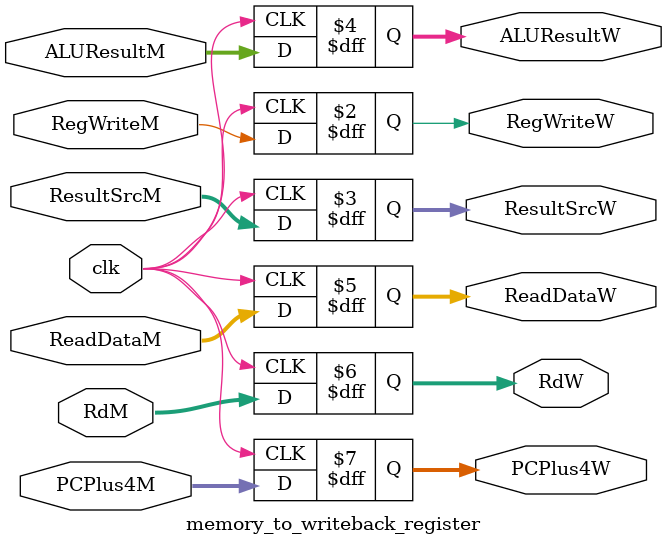
<source format=sv>
module memory_to_writeback_register(

    input logic clk,
    input logic RegWriteM,
    input logic [1:0] ResultSrcM,

    input logic [31:0] ALUResultM,
    input logic [31:0] ReadDataM,
    input logic [4:0] RdM,
    input logic [31:0] PCPlus4M,

    output logic RegWriteW,
    output logic [1:0] ResultSrcW,

    output logic [31:0] ALUResultW,
    output logic [31:0] ReadDataW,
    output logic [4:0] RdW,
    output logic [31:0] PCPlus4W
);

    always_ff @(posedge clk) begin
        RegWriteW    <= RegWriteM;
        ResultSrcW   <= ResultSrcM;

        ALUResultW   <= ALUResultM;
        ReadDataW    <= ReadDataM;
        RdW          <= RdM;
        PCPlus4W     <= PCPlus4M;
    end

endmodule

</source>
